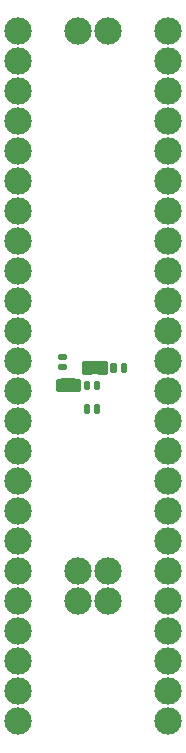
<source format=gbs>
G75*
%MOIN*%
%OFA0B0*%
%FSLAX24Y24*%
%IPPOS*%
%LPD*%
%AMOC8*
5,1,8,0,0,1.08239X$1,22.5*
%
%ADD10C,0.0910*%
%ADD11C,0.0154*%
%ADD12C,0.0050*%
%ADD13C,0.0154*%
D10*
X002214Y000700D03*
X002214Y001700D03*
X002214Y002700D03*
X002214Y003700D03*
X002214Y004700D03*
X002214Y005700D03*
X002214Y006700D03*
X002214Y007700D03*
X002214Y008700D03*
X002214Y009700D03*
X002214Y010700D03*
X002214Y011700D03*
X002214Y012700D03*
X002214Y013700D03*
X002214Y014700D03*
X002214Y015700D03*
X002214Y016700D03*
X002214Y017700D03*
X002214Y018700D03*
X002214Y019700D03*
X002214Y020700D03*
X002214Y021700D03*
X002214Y022700D03*
X002214Y023700D03*
X004214Y023700D03*
X005214Y023700D03*
X007214Y023700D03*
X007214Y022700D03*
X007214Y021700D03*
X007214Y020700D03*
X007214Y019700D03*
X007214Y018700D03*
X007214Y017700D03*
X007214Y016700D03*
X007214Y015700D03*
X007214Y014700D03*
X007214Y013700D03*
X007214Y012700D03*
X007214Y011700D03*
X007214Y010700D03*
X007214Y009700D03*
X007214Y008700D03*
X007214Y007700D03*
X007214Y006700D03*
X007214Y005700D03*
X007214Y004700D03*
X007214Y003700D03*
X007214Y002700D03*
X007214Y001700D03*
X007214Y000700D03*
X005214Y004700D03*
X005214Y005700D03*
X004214Y005700D03*
X004214Y004700D03*
D11*
X004221Y012054D02*
X004017Y012054D01*
X004221Y012054D02*
X004221Y011772D01*
X004017Y011772D01*
X004017Y012054D01*
X004017Y011925D02*
X004221Y011925D01*
X004423Y012362D02*
X004627Y012362D01*
X004423Y012362D02*
X004423Y012644D01*
X004627Y012644D01*
X004627Y012362D01*
X004627Y012515D02*
X004423Y012515D01*
X004903Y012362D02*
X005107Y012362D01*
X004903Y012362D02*
X004903Y012644D01*
X005107Y012644D01*
X005107Y012362D01*
X005107Y012515D02*
X004903Y012515D01*
X003741Y012054D02*
X003537Y012054D01*
X003741Y012054D02*
X003741Y011772D01*
X003537Y011772D01*
X003537Y012054D01*
X003537Y011925D02*
X003741Y011925D01*
D12*
X003639Y011937D02*
X004109Y011937D01*
X004109Y011889D02*
X003639Y011889D01*
X003639Y011840D02*
X004109Y011840D01*
X004109Y011792D02*
X003639Y011792D01*
X003639Y011743D02*
X004109Y011743D01*
X004109Y011723D02*
X004109Y012103D01*
X003639Y012103D01*
X003639Y011723D01*
X004109Y011723D01*
X004109Y011986D02*
X003639Y011986D01*
X003639Y012034D02*
X004109Y012034D01*
X004109Y012083D02*
X003639Y012083D01*
X004535Y012313D02*
X004535Y012693D01*
X005005Y012693D01*
X005005Y012313D01*
X004535Y012313D01*
X004535Y012325D02*
X005005Y012325D01*
X005005Y012374D02*
X004535Y012374D01*
X004535Y012422D02*
X005005Y012422D01*
X005005Y012471D02*
X004535Y012471D01*
X004535Y012519D02*
X005005Y012519D01*
X005005Y012568D02*
X004535Y012568D01*
X004535Y012616D02*
X005005Y012616D01*
X005005Y012665D02*
X004535Y012665D01*
D13*
X004524Y011987D02*
X004474Y011987D01*
X004524Y011987D02*
X004524Y011839D01*
X004474Y011839D01*
X004474Y011987D01*
X004809Y011987D02*
X004859Y011987D01*
X004859Y011839D01*
X004809Y011839D01*
X004809Y011987D01*
X004809Y011199D02*
X004859Y011199D01*
X004859Y011051D01*
X004809Y011051D01*
X004809Y011199D01*
X004524Y011199D02*
X004474Y011199D01*
X004524Y011199D02*
X004524Y011051D01*
X004474Y011051D01*
X004474Y011199D01*
X003608Y012508D02*
X003608Y012558D01*
X003756Y012558D01*
X003756Y012508D01*
X003608Y012508D01*
X003608Y012842D02*
X003608Y012892D01*
X003756Y012892D01*
X003756Y012842D01*
X003608Y012842D01*
X005360Y012577D02*
X005410Y012577D01*
X005410Y012429D01*
X005360Y012429D01*
X005360Y012577D01*
X005695Y012577D02*
X005745Y012577D01*
X005745Y012429D01*
X005695Y012429D01*
X005695Y012577D01*
M02*

</source>
